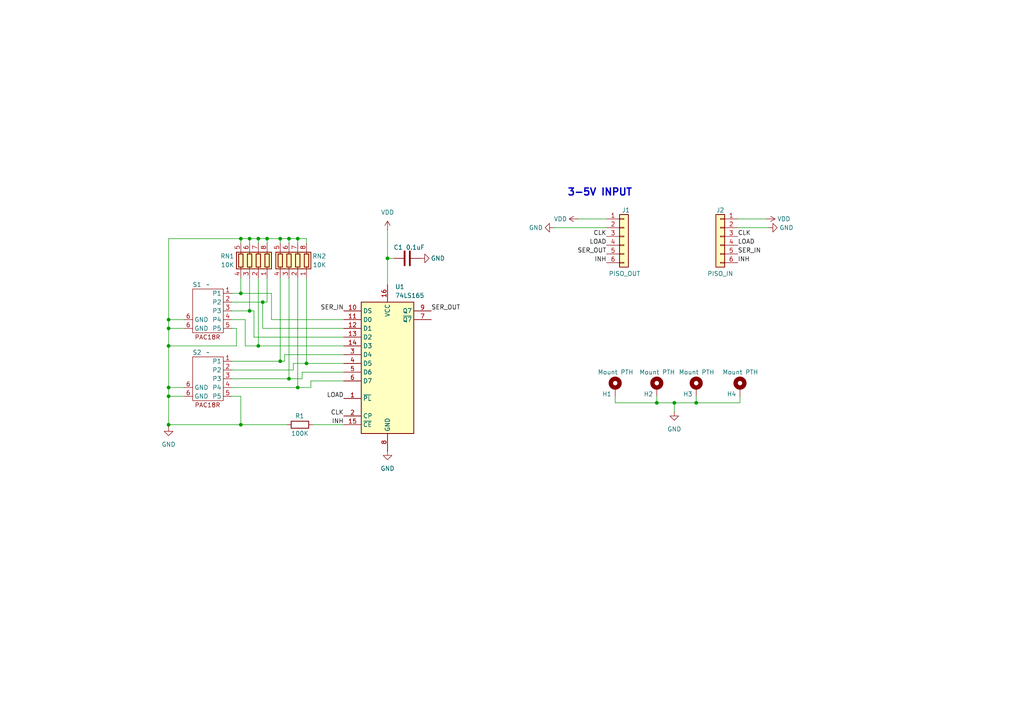
<source format=kicad_sch>
(kicad_sch (version 20231120) (generator "eeschema") (generator_version "8.0")
  (paper "A4")
  (title_block (title "Absolute Encoder Board") (date "2024-09-09") (rev "v0.1") (company "Flywheel Lab"))
  (lib_symbols
    (symbol "74xx:74LS165"
      (property "Reference" "U" (at -7.62 19.05 0))
      (property "Value" "74LS165" (at -7.62 -21.59 0))
      (symbol "74LS165_1_0"
        (pin input line (at -12.7 -10.16 0) (length 5.08) (name "~{PL}") (number "1"))
        (pin input line (at -12.7 15.24 0) (length 5.08) (name "DS") (number "10"))
        (pin input line (at -12.7 12.7 0) (length 5.08) (name "D0") (number "11"))
        (pin input line (at -12.7 10.16 0) (length 5.08) (name "D1") (number "12"))
        (pin input line (at -12.7 7.62 0) (length 5.08) (name "D2") (number "13"))
        (pin input line (at -12.7 5.08 0) (length 5.08) (name "D3") (number "14"))
        (pin input line (at -12.7 -17.78 0) (length 5.08) (name "~{CE}") (number "15"))
        (pin power_in line (at 0 22.86 270) (length 5.08) (name "VCC") (number "16"))
        (pin input line (at -12.7 -15.24 0) (length 5.08) (name "CP") (number "2"))
        (pin input line (at -12.7 2.54 0) (length 5.08) (name "D4") (number "3"))
        (pin input line (at -12.7 0 0) (length 5.08) (name "D5") (number "4"))
        (pin input line (at -12.7 -2.54 0) (length 5.08) (name "D6") (number "5"))
        (pin input line (at -12.7 -5.08 0) (length 5.08) (name "D7") (number "6"))
        (pin output line (at 12.7 12.7 180) (length 5.08) (name "~{Q7}") (number "7"))
        (pin power_in line (at 0 -25.4 90) (length 5.08) (name "GND") (number "8"))
        (pin output line (at 12.7 15.24 180) (length 5.08) (name "Q7") (number "9"))
      )
      (symbol "74LS165_1_1"
        (rectangle (start -7.62 17.78) (end 7.62 -20.32) (stroke (width 0.254)) (fill (type background)))
      )
    )
    (symbol "Connector_Generic:Conn_01x06" (pin_names (offset 1.016) hide)
      (property "Reference" "J" (at 0 7.62 0))
      (property "Value" "Conn_01x06" (at 0 -10.16 0))
      (symbol "Conn_01x06_1_1"
        (rectangle (start -1.27 -7.493) (end 0 -7.747) (stroke (width 0.1524)))
        (rectangle (start -1.27 -4.953) (end 0 -5.207) (stroke (width 0.1524)))
        (rectangle (start -1.27 -2.413) (end 0 -2.667) (stroke (width 0.1524)))
        (rectangle (start -1.27 0.127) (end 0 -0.127) (stroke (width 0.1524)))
        (rectangle (start -1.27 2.667) (end 0 2.413) (stroke (width 0.1524)))
        (rectangle (start -1.27 5.207) (end 0 4.953) (stroke (width 0.1524)))
        (rectangle (start -1.27 6.35) (end 1.27 -8.89) (stroke (width 0.254)) (fill (type background)))
        (pin passive line (at -5.08 5.08 0) (length 3.81) (name "Pin_1") (number "1"))
        (pin passive line (at -5.08 2.54 0) (length 3.81) (name "Pin_2") (number "2"))
        (pin passive line (at -5.08 0 0) (length 3.81) (name "Pin_3") (number "3"))
        (pin passive line (at -5.08 -2.54 0) (length 3.81) (name "Pin_4") (number "4"))
        (pin passive line (at -5.08 -5.08 0) (length 3.81) (name "Pin_5") (number "5"))
        (pin passive line (at -5.08 -7.62 0) (length 3.81) (name "Pin_6") (number "6"))
      )
    )
    (symbol "Device:C" (pin_numbers hide) (pin_names (offset 0.254))
      (property "Reference" "C" (at 0.635 2.54 0))
      (property "Value" "C" (at 0.635 -2.54 0))
      (symbol "C_0_1"
        (polyline (pts (xy -2.032 -0.762) (xy 2.032 -0.762)) (stroke (width 0.508)))
        (polyline (pts (xy -2.032 0.762) (xy 2.032 0.762)) (stroke (width 0.508)))
      )
      (symbol "C_1_1"
        (pin passive line (at 0 3.81 270) (length 2.794) (name "~") (number "1"))
        (pin passive line (at 0 -3.81 90) (length 2.794) (name "~") (number "2"))
      )
    )
    (symbol "Device:R" (pin_numbers hide) (pin_names (offset 0))
      (property "Reference" "R" (at 2.032 0 90))
      (property "Value" "R" (at 0 0 90))
      (symbol "R_0_1"
        (rectangle (start -1.016 -2.54) (end 1.016 2.54) (stroke (width 0.254)))
      )
      (symbol "R_1_1"
        (pin passive line (at 0 3.81 270) (length 1.27) (name "~") (number "1"))
        (pin passive line (at 0 -3.81 90) (length 1.27) (name "~") (number "2"))
      )
    )
    (symbol "Device:R_Pack04" (pin_names (offset 0) hide)
      (property "Reference" "RN" (at -7.62 0 90))
      (property "Value" "R_Pack04" (at 5.08 0 90))
      (symbol "R_Pack04_0_1"
        (rectangle (start -6.35 -2.413) (end 3.81 2.413) (stroke (width 0.254)) (fill (type background)))
        (rectangle (start -5.715 1.905) (end -4.445 -1.905) (stroke (width 0.254)))
        (rectangle (start -3.175 1.905) (end -1.905 -1.905) (stroke (width 0.254)))
        (rectangle (start -0.635 1.905) (end 0.635 -1.905) (stroke (width 0.254)))
        (polyline (pts (xy -5.08 -2.54) (xy -5.08 -1.905)))
        (polyline (pts (xy -5.08 1.905) (xy -5.08 2.54)))
        (polyline (pts (xy -2.54 -2.54) (xy -2.54 -1.905)))
        (polyline (pts (xy -2.54 1.905) (xy -2.54 2.54)))
        (polyline (pts (xy 0 -2.54) (xy 0 -1.905)))
        (polyline (pts (xy 0 1.905) (xy 0 2.54)))
        (polyline (pts (xy 2.54 -2.54) (xy 2.54 -1.905)))
        (polyline (pts (xy 2.54 1.905) (xy 2.54 2.54)))
        (rectangle (start 1.905 1.905) (end 3.175 -1.905) (stroke (width 0.254)))
      )
      (symbol "R_Pack04_1_1"
        (pin passive line (at -5.08 -5.08 90) (length 2.54) (name "R1.1") (number "1"))
        (pin passive line (at -2.54 -5.08 90) (length 2.54) (name "R2.1") (number "2"))
        (pin passive line (at 0 -5.08 90) (length 2.54) (name "R3.1") (number "3"))
        (pin passive line (at 2.54 -5.08 90) (length 2.54) (name "R4.1") (number "4"))
        (pin passive line (at 2.54 5.08 270) (length 2.54) (name "R4.2") (number "5"))
        (pin passive line (at 0 5.08 270) (length 2.54) (name "R3.2") (number "6"))
        (pin passive line (at -2.54 5.08 270) (length 2.54) (name "R2.2") (number "7"))
        (pin passive line (at -5.08 5.08 270) (length 2.54) (name "R1.2") (number "8"))
      )
    )
    (symbol "Flywheel_Library:PAC18R"
      (property "Reference" "S" (at -3.048 7.366 0))
      (symbol "PAC18R_0_1"
        (rectangle (start -3.81 6.35) (end 5.08 -6.35))
      )
      (symbol "PAC18R_1_1"
        (text "PAC18R" (at 0.508 -7.62 0) (effects (font (size 1.27 1.27))))
        (pin output line (at 7.62 5.08 180) (length 2.54) (name "P1") (number "1"))
        (pin output line (at 7.62 2.54 180) (length 2.54) (name "P2") (number "2"))
        (pin output line (at 7.62 0 180) (length 2.54) (name "P3") (number "3"))
        (pin output line (at 7.62 -2.54 180) (length 2.54) (name "P4") (number "4"))
        (pin input line (at 7.62 -5.08 180) (length 2.54) (name "P5") (number "5"))
        (pin input line (at -6.35 -5.08 0) (length 2.54) (name "GND") (number "6"))
        (pin input line (at -6.35 -2.54 0) (length 2.54) (name "GND") (number "6"))
      )
    )
    (symbol "Mechanical:MountingHole_Pad" (pin_numbers hide) (pin_names (offset 1.016) hide) (exclude_from_sim yes) (in_bom no)
      (property "Reference" "H" (at 0 6.35 0))
      (property "Value" "MountingHole_Pad" (at 0 4.445 0))
      (symbol "MountingHole_Pad_0_1"
        (circle (center 0 1.27) (radius 1.27) (stroke (width 1.27)))
      )
      (symbol "MountingHole_Pad_1_1"
        (pin input line (at 0 -2.54 90) (length 2.54) (name "1") (number "1"))
      )
    )
    (symbol "power:GND" (power) (pin_numbers hide) (pin_names (offset 0) hide)
      (property "Value" "GND" (at 0 -3.81 0))
      (symbol "GND_0_1"
        (polyline (pts (xy 0 0) (xy 0 -1.27) (xy 1.27 -1.27) (xy 0 -2.54) (xy -1.27 -1.27) (xy 0 -1.27)))
      )
      (symbol "GND_1_1"
        (pin power_in line (at 0 0 270) (length 0) (name "~") (number "1"))
      )
    )
    (symbol "power:VDD" (power) (pin_numbers hide) (pin_names (offset 0) hide)
      (property "Value" "VDD" (at 0 3.556 0))
      (symbol "VDD_0_1"
        (polyline (pts (xy -0.762 1.27) (xy 0 2.54)))
        (polyline (pts (xy 0 0) (xy 0 2.54)))
        (polyline (pts (xy 0 2.54) (xy 0.762 1.27)))
      )
      (symbol "VDD_1_1"
        (pin power_in line (at 0 0 90) (length 0) (name "~") (number "1"))
      )
    )
  )
  (junction (at 88.9 105.41))
  (junction (at 74.93 69.215))
  (junction (at 48.895 112.395))
  (junction (at 48.895 100.33))
  (junction (at 69.85 85.09))
  (junction (at 201.93 116.84))
  (junction (at 48.895 92.71))
  (junction (at 48.895 95.25))
  (junction (at 81.28 69.215))
  (junction (at 74.93 100.33))
  (junction (at 112.395 74.93))
  (junction (at 69.85 69.215))
  (junction (at 76.2 87.63))
  (junction (at 69.85 123.19))
  (junction (at 72.39 69.215))
  (junction (at 86.36 69.215))
  (junction (at 86.36 112.395))
  (junction (at 77.47 69.215))
  (junction (at 190.5 116.84))
  (junction (at 195.58 116.84))
  (junction (at 48.895 114.935))
  (junction (at 72.39 90.17))
  (junction (at 83.82 69.215))
  (junction (at 81.28 104.775))
  (junction (at 83.82 109.855))
  (junction (at 48.895 123.19))
  (wire (pts (xy 69.85 70.485) (xy 69.85 69.215)))
  (wire (pts (xy 48.895 95.25) (xy 53.34 95.25)))
  (wire (pts (xy 214.63 114.935) (xy 214.63 116.84)))
  (wire (pts (xy 88.9 105.41) (xy 99.695 105.41)))
  (wire (pts (xy 178.435 116.84) (xy 190.5 116.84)))
  (wire (pts (xy 88.9 80.645) (xy 88.9 105.41)))
  (wire (pts (xy 72.39 69.215) (xy 74.93 69.215)))
  (wire (pts (xy 71.12 92.71) (xy 71.12 100.33)))
  (wire (pts (xy 76.2 95.25) (xy 76.2 87.63)))
  (wire (pts (xy 53.34 92.71) (xy 48.895 92.71)))
  (wire (pts (xy 67.31 104.775) (xy 81.28 104.775)))
  (wire (pts (xy 213.995 66.04) (xy 222.885 66.04)))
  (wire (pts (xy 81.28 80.645) (xy 81.28 104.775)))
  (wire (pts (xy 90.17 110.49) (xy 90.17 112.395)))
  (wire (pts (xy 87.63 109.855) (xy 87.63 107.95)))
  (wire (pts (xy 48.895 114.935) (xy 53.34 114.935)))
  (wire (pts (xy 222.25 63.5) (xy 213.995 63.5)))
  (wire (pts (xy 48.895 114.935) (xy 48.895 123.19)))
  (wire (pts (xy 82.55 104.775) (xy 82.55 102.87)))
  (wire (pts (xy 77.47 87.63) (xy 76.2 87.63)))
  (wire (pts (xy 48.895 123.19) (xy 69.85 123.19)))
  (wire (pts (xy 48.895 95.25) (xy 48.895 100.33)))
  (wire (pts (xy 69.85 69.215) (xy 48.895 69.215)))
  (wire (pts (xy 78.74 92.71) (xy 99.695 92.71)))
  (wire (pts (xy 86.36 80.645) (xy 86.36 112.395)))
  (wire (pts (xy 90.17 112.395) (xy 86.36 112.395)))
  (wire (pts (xy 167.64 63.5) (xy 175.895 63.5)))
  (wire (pts (xy 48.895 100.33) (xy 48.895 112.395)))
  (wire (pts (xy 48.895 92.71) (xy 48.895 95.25)))
  (wire (pts (xy 81.28 69.215) (xy 83.82 69.215)))
  (wire (pts (xy 72.39 80.645) (xy 72.39 90.17)))
  (wire (pts (xy 78.74 85.09) (xy 78.74 92.71)))
  (wire (pts (xy 74.93 100.33) (xy 99.695 100.33)))
  (wire (pts (xy 112.395 66.675) (xy 112.395 74.93)))
  (wire (pts (xy 73.66 90.17) (xy 73.66 97.79)))
  (wire (pts (xy 83.82 69.215) (xy 86.36 69.215)))
  (wire (pts (xy 99.695 95.25) (xy 76.2 95.25)))
  (wire (pts (xy 85.09 107.315) (xy 67.31 107.315)))
  (wire (pts (xy 74.93 80.645) (xy 74.93 100.33)))
  (wire (pts (xy 86.36 69.215) (xy 86.36 70.485)))
  (wire (pts (xy 67.31 109.855) (xy 83.82 109.855)))
  (wire (pts (xy 83.82 69.215) (xy 83.82 70.485)))
  (wire (pts (xy 69.85 69.215) (xy 72.39 69.215)))
  (wire (pts (xy 83.82 80.645) (xy 83.82 109.855)))
  (wire (pts (xy 69.85 80.645) (xy 69.85 85.09)))
  (wire (pts (xy 68.58 95.25) (xy 68.58 100.33)))
  (wire (pts (xy 48.895 123.19) (xy 48.895 123.825)))
  (wire (pts (xy 81.28 69.215) (xy 81.28 70.485)))
  (wire (pts (xy 74.93 69.215) (xy 77.47 69.215)))
  (wire (pts (xy 77.47 69.215) (xy 77.47 70.485)))
  (wire (pts (xy 85.09 105.41) (xy 88.9 105.41)))
  (wire (pts (xy 87.63 107.95) (xy 99.695 107.95)))
  (wire (pts (xy 85.09 105.41) (xy 85.09 107.315)))
  (wire (pts (xy 73.66 97.79) (xy 99.695 97.79)))
  (wire (pts (xy 112.395 74.93) (xy 112.395 82.55)))
  (wire (pts (xy 74.93 69.215) (xy 74.93 70.485)))
  (wire (pts (xy 90.17 110.49) (xy 99.695 110.49)))
  (wire (pts (xy 160.655 66.04) (xy 175.895 66.04)))
  (wire (pts (xy 67.31 95.25) (xy 68.58 95.25)))
  (wire (pts (xy 86.36 69.215) (xy 88.9 69.215)))
  (wire (pts (xy 72.39 90.17) (xy 73.66 90.17)))
  (wire (pts (xy 48.895 112.395) (xy 53.34 112.395)))
  (wire (pts (xy 214.63 116.84) (xy 201.93 116.84)))
  (wire (pts (xy 69.85 123.19) (xy 83.185 123.19)))
  (wire (pts (xy 83.82 109.855) (xy 87.63 109.855)))
  (wire (pts (xy 48.895 69.215) (xy 48.895 92.71)))
  (wire (pts (xy 67.31 92.71) (xy 71.12 92.71)))
  (wire (pts (xy 88.9 69.215) (xy 88.9 70.485)))
  (wire (pts (xy 201.93 116.84) (xy 195.58 116.84)))
  (wire (pts (xy 190.5 116.84) (xy 195.58 116.84)))
  (wire (pts (xy 190.5 114.935) (xy 190.5 116.84)))
  (wire (pts (xy 77.47 80.645) (xy 77.47 87.63)))
  (wire (pts (xy 69.85 85.09) (xy 78.74 85.09)))
  (wire (pts (xy 195.58 116.84) (xy 195.58 119.38)))
  (wire (pts (xy 178.435 114.935) (xy 178.435 116.84)))
  (wire (pts (xy 48.895 112.395) (xy 48.895 114.935)))
  (wire (pts (xy 72.39 69.215) (xy 72.39 70.485)))
  (wire (pts (xy 90.805 123.19) (xy 99.695 123.19)))
  (wire (pts (xy 48.895 100.33) (xy 68.58 100.33)))
  (wire (pts (xy 82.55 102.87) (xy 99.695 102.87)))
  (wire (pts (xy 67.31 85.09) (xy 69.85 85.09)))
  (wire (pts (xy 81.28 104.775) (xy 82.55 104.775)))
  (wire (pts (xy 67.31 90.17) (xy 72.39 90.17)))
  (wire (pts (xy 69.85 114.935) (xy 69.85 123.19)))
  (wire (pts (xy 67.31 114.935) (xy 69.85 114.935)))
  (wire (pts (xy 86.36 112.395) (xy 67.31 112.395)))
  (wire (pts (xy 114.3 74.93) (xy 112.395 74.93)))
  (wire (pts (xy 201.93 116.84) (xy 201.93 114.935)))
  (wire (pts (xy 77.47 69.215) (xy 81.28 69.215)))
  (wire (pts (xy 67.31 87.63) (xy 76.2 87.63)))
  (wire (pts (xy 71.12 100.33) (xy 74.93 100.33)))
  (text "3-5V INPUT" (at 173.99 55.88 0) (effects (font (size 2.032 2.032) (thickness 0.4064) (bold yes))))
  (label "CLK" (at 175.895 68.58 180))
  (label "LOAD" (at 175.895 71.12 180))
  (label "CLK" (at 99.695 120.65 180))
  (label "SER_OUT" (at 125.095 90.17 0))
  (label "SER_IN" (at 213.995 73.66 0))
  (label "LOAD" (at 99.695 115.57 180))
  (label "INH" (at 213.995 76.2 0))
  (label "LOAD" (at 213.995 71.12 0))
  (label "INH" (at 99.695 123.19 180))
  (label "CLK" (at 213.995 68.58 0))
  (label "SER_OUT" (at 175.895 73.66 180))
  (label "SER_IN" (at 99.695 90.17 180))
  (label "INH" (at 175.895 76.2 180))
  (symbol (lib_id "Mechanical:MountingHole_Pad") (at 178.435 112.395 0) (unit 1) (exclude_from_sim yes) (in_bom no)
    (property "Reference" "H1" (at 174.625 114.3 0) (effects (justify left)))
    (property "Value" "Mount PTH" (at 173.355 107.95 0) (effects (justify left)))
    (property "Footprint" "MountingHole:MountingHole_2.2mm_M2_Pad_TopBottom" (effects (hide yes)))
    (property "Description" "Mounting Hole with connection" (effects (hide yes)))
  )
  (symbol (lib_id "Device:C") (at 118.11 74.93 90) (unit 1)
    (property "Reference" "C1" (at 116.84 71.755 90) (effects (justify left)))
    (property "Value" "0.1uF" (at 123.19 71.755 90) (effects (justify left)))
    (property "Footprint" "Capacitor_SMD:C_0603_1608Metric" (effects (hide yes)))
    (property "Description" "Unpolarized capacitor" (effects (hide yes)))
  )
  (symbol (lib_id "Mechanical:MountingHole_Pad") (at 201.93 112.395 0) (unit 1) (exclude_from_sim yes) (in_bom no)
    (property "Reference" "H3" (at 198.12 114.3 0) (effects (justify left)))
    (property "Value" "Mount PTH" (at 196.85 107.95 0) (effects (justify left)))
    (property "Footprint" "MountingHole:MountingHole_2.2mm_M2_Pad_TopBottom" (effects (hide yes)))
    (property "Description" "Mounting Hole with connection" (effects (hide yes)))
  )
  (symbol (lib_id "Flywheel_Library:PAC18R") (at 59.69 109.855 0) (unit 1)
    (property "Reference" "S2" (at 57.15 102.235 0))
    (property "Value" "~" (at 60.325 102.235 0))
    (property "Footprint" "Flywheel:PAC18R" (effects (hide yes)))
    (property "Datasheet" "https://www.mouser.com/datasheet/2/54/pac18r-2511013.pdf" (effects (hide yes)))
    (property "Description" "Grey Code Encoder Switch" (effects (hide yes)))
  )
  (symbol (lib_id "Device:R_Pack04") (at 83.82 75.565 0) (mirror y) (unit 1)
    (property "Reference" "RN2" (at 94.615 74.295 0) (effects (justify left)))
    (property "Value" "10K" (at 94.615 76.835 0) (effects (justify left)))
    (property "Footprint" "Resistor_SMD:R_Array_Concave_4x0402" (effects (hide yes)))
    (property "Description" "4 resistor network, parallel topology" (effects (hide yes)))
  )
  (symbol (lib_id "Connector_Generic:Conn_01x06") (at 180.975 68.58 0) (unit 1)
    (property "Reference" "J1" (at 180.34 60.96 0) (effects (justify left)))
    (property "Value" "PISO_OUT" (at 176.53 79.375 0) (effects (justify left)))
    (property "Footprint" "Connector_PinHeader_2.54mm:PinHeader_1x06_P2.54mm_Vertical" (effects (hide yes)))
    (property "Description" "Generic connector, single row, 01x06, script generated (kicad-library-utils/schlib/autogen/connector/)" (effects (hide yes)))
  )
  (symbol (lib_id "power:GND") (at 48.895 123.825 0) (unit 1)
    (property "Reference" "#PWR01" (effects (hide yes)))
    (property "Value" "GND" (at 48.895 128.905 0))
    (property "Description" "Power symbol creates a global label with name \"GND\" , ground" (effects (hide yes)))
  )
  (symbol (lib_id "power:VDD") (at 222.25 63.5 270) (unit 1)
    (property "Reference" "#PWR07" (effects (hide yes)))
    (property "Value" "VDD" (at 225.425 63.4999 90) (effects (justify left)))
    (property "Description" "Power symbol creates a global label with name \"VDD\"" (effects (hide yes)))
  )
  (symbol (lib_id "Mechanical:MountingHole_Pad") (at 214.63 112.395 0) (unit 1) (exclude_from_sim yes) (in_bom no)
    (property "Reference" "H4" (at 210.82 114.3 0) (effects (justify left)))
    (property "Value" "Mount PTH" (at 209.55 107.95 0) (effects (justify left)))
    (property "Footprint" "MountingHole:MountingHole_2.2mm_M2_Pad_TopBottom" (effects (hide yes)))
    (property "Description" "Mounting Hole with connection" (effects (hide yes)))
  )
  (symbol (lib_id "Connector_Generic:Conn_01x06") (at 208.915 68.58 0) (mirror y) (unit 1)
    (property "Reference" "J2" (at 208.915 60.96 0))
    (property "Value" "PISO_IN" (at 208.915 79.375 0))
    (property "Footprint" "Connector_PinHeader_2.54mm:PinHeader_1x06_P2.54mm_Vertical" (effects (hide yes)))
    (property "Description" "Generic connector, single row, 01x06, script generated (kicad-library-utils/schlib/autogen/connector/)" (effects (hide yes)))
  )
  (symbol (lib_id "Flywheel_Library:PAC18R") (at 59.69 90.17 0) (unit 1)
    (property "Reference" "S1" (at 57.15 82.55 0))
    (property "Value" "~" (at 60.325 82.55 0))
    (property "Footprint" "Flywheel:PAC18R" (effects (hide yes)))
    (property "Datasheet" "https://www.mouser.com/datasheet/2/54/pac18r-2511013.pdf" (effects (hide yes)))
    (property "Description" "Grey Code Encoder Switch" (effects (hide yes)))
  )
  (symbol (lib_id "Device:R_Pack04") (at 72.39 75.565 0) (mirror y) (unit 1)
    (property "Reference" "RN1" (at 67.945 74.295 0) (effects (justify left)))
    (property "Value" "10K" (at 67.945 76.835 0) (effects (justify left)))
    (property "Footprint" "Resistor_SMD:R_Array_Concave_4x0402" (effects (hide yes)))
    (property "Description" "4 resistor network, parallel topology" (effects (hide yes)))
  )
  (symbol (lib_id "power:GND") (at 112.395 130.81 0) (unit 1)
    (property "Reference" "#PWR03" (effects (hide yes)))
    (property "Value" "GND" (at 112.395 135.89 0))
    (property "Description" "Power symbol creates a global label with name \"GND\" , ground" (effects (hide yes)))
  )
  (symbol (lib_id "power:GND") (at 195.58 119.38 0) (unit 1)
    (property "Reference" "#PWR08" (effects (hide yes)))
    (property "Value" "GND" (at 195.58 124.46 0))
    (property "Description" "Power symbol creates a global label with name \"GND\" , ground" (effects (hide yes)))
  )
  (symbol (lib_id "74xx:74LS165") (at 112.395 105.41 0) (unit 1)
    (property "Reference" "U1" (at 114.5891 83.185 0) (effects (justify left)))
    (property "Value" "74LS165" (at 114.5891 85.725 0) (effects (justify left)))
    (property "Footprint" "Package_SO:SOIC-16_3.9x9.9mm_P1.27mm" (effects (hide yes)))
    (property "Datasheet" "https://www.ti.com/lit/ds/symlink/sn74ls165a.pdf" (effects (hide yes)))
    (property "Description" "Shift Register 8-bit, parallel load" (effects (hide yes)))
  )
  (symbol (lib_id "power:VDD") (at 167.64 63.5 90) (unit 1)
    (property "Reference" "#PWR02" (effects (hide yes)))
    (property "Value" "VDD" (at 164.465 63.4999 90) (effects (justify left)))
    (property "Description" "Power symbol creates a global label with name \"VDD\"" (effects (hide yes)))
  )
  (symbol (lib_id "power:GND") (at 160.655 66.04 270) (unit 1)
    (property "Reference" "#PWR012" (effects (hide yes)))
    (property "Value" "GND" (at 157.48 66.0399 90) (effects (justify right)))
    (property "Description" "Power symbol creates a global label with name \"GND\" , ground" (effects (hide yes)))
  )
  (symbol (lib_id "power:GND") (at 222.885 66.04 90) (mirror x) (unit 1)
    (property "Reference" "#PWR05" (effects (hide yes)))
    (property "Value" "GND" (at 226.06 66.0399 90) (effects (justify right)))
    (property "Description" "Power symbol creates a global label with name \"GND\" , ground" (effects (hide yes)))
  )
  (symbol (lib_id "Device:R") (at 86.995 123.19 90) (unit 1)
    (property "Reference" "R1" (at 88.265 120.65 90) (effects (justify left)))
    (property "Value" "100K" (at 89.535 125.73 90) (effects (justify left)))
    (property "Footprint" "Resistor_SMD:R_0603_1608Metric" (effects (hide yes)))
    (property "Description" "Resistor" (effects (hide yes)))
  )
  (symbol (lib_id "power:VDD") (at 112.395 66.675 0) (unit 1)
    (property "Reference" "#PWR06" (effects (hide yes)))
    (property "Value" "VDD" (at 112.395 61.595 0))
    (property "Description" "Power symbol creates a global label with name \"VDD\"" (effects (hide yes)))
  )
  (symbol (lib_id "Mechanical:MountingHole_Pad") (at 190.5 112.395 0) (unit 1) (exclude_from_sim yes) (in_bom no)
    (property "Reference" "H2" (at 186.69 114.3 0) (effects (justify left)))
    (property "Value" "Mount PTH" (at 185.42 107.95 0) (effects (justify left)))
    (property "Footprint" "MountingHole:MountingHole_2.2mm_M2_Pad_TopBottom" (effects (hide yes)))
    (property "Description" "Mounting Hole with connection" (effects (hide yes)))
  )
  (symbol (lib_id "power:GND") (at 121.92 74.93 90) (unit 1)
    (property "Reference" "#PWR04" (effects (hide yes)))
    (property "Value" "GND" (at 127 74.93 90))
    (property "Description" "Power symbol creates a global label with name \"GND\" , ground" (effects (hide yes)))
  )
)
</source>
